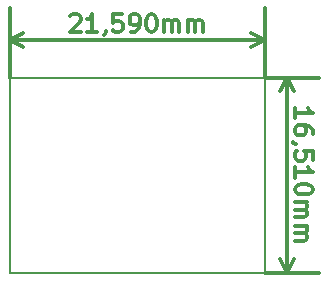
<source format=gbr>
G04 #@! TF.FileFunction,Drawing*
%FSLAX46Y46*%
G04 Gerber Fmt 4.6, Leading zero omitted, Abs format (unit mm)*
G04 Created by KiCad (PCBNEW (2015-09-12 BZR 6188)-product) date lun 16 nov 2015 17:49:57 ART*
%MOMM*%
G01*
G04 APERTURE LIST*
%ADD10C,0.100000*%
%ADD11C,0.300000*%
%ADD12C,0.150000*%
G04 APERTURE END LIST*
D10*
D11*
X129612144Y-82426429D02*
X129683573Y-82355000D01*
X129826430Y-82283571D01*
X130183573Y-82283571D01*
X130326430Y-82355000D01*
X130397859Y-82426429D01*
X130469287Y-82569286D01*
X130469287Y-82712143D01*
X130397859Y-82926429D01*
X129540716Y-83783571D01*
X130469287Y-83783571D01*
X131897858Y-83783571D02*
X131040715Y-83783571D01*
X131469287Y-83783571D02*
X131469287Y-82283571D01*
X131326430Y-82497857D01*
X131183572Y-82640714D01*
X131040715Y-82712143D01*
X132612143Y-83712143D02*
X132612143Y-83783571D01*
X132540715Y-83926429D01*
X132469286Y-83997857D01*
X133969287Y-82283571D02*
X133255001Y-82283571D01*
X133183572Y-82997857D01*
X133255001Y-82926429D01*
X133397858Y-82855000D01*
X133755001Y-82855000D01*
X133897858Y-82926429D01*
X133969287Y-82997857D01*
X134040715Y-83140714D01*
X134040715Y-83497857D01*
X133969287Y-83640714D01*
X133897858Y-83712143D01*
X133755001Y-83783571D01*
X133397858Y-83783571D01*
X133255001Y-83712143D01*
X133183572Y-83640714D01*
X134755000Y-83783571D02*
X135040715Y-83783571D01*
X135183572Y-83712143D01*
X135255000Y-83640714D01*
X135397858Y-83426429D01*
X135469286Y-83140714D01*
X135469286Y-82569286D01*
X135397858Y-82426429D01*
X135326429Y-82355000D01*
X135183572Y-82283571D01*
X134897858Y-82283571D01*
X134755000Y-82355000D01*
X134683572Y-82426429D01*
X134612143Y-82569286D01*
X134612143Y-82926429D01*
X134683572Y-83069286D01*
X134755000Y-83140714D01*
X134897858Y-83212143D01*
X135183572Y-83212143D01*
X135326429Y-83140714D01*
X135397858Y-83069286D01*
X135469286Y-82926429D01*
X136397857Y-82283571D02*
X136540714Y-82283571D01*
X136683571Y-82355000D01*
X136755000Y-82426429D01*
X136826429Y-82569286D01*
X136897857Y-82855000D01*
X136897857Y-83212143D01*
X136826429Y-83497857D01*
X136755000Y-83640714D01*
X136683571Y-83712143D01*
X136540714Y-83783571D01*
X136397857Y-83783571D01*
X136255000Y-83712143D01*
X136183571Y-83640714D01*
X136112143Y-83497857D01*
X136040714Y-83212143D01*
X136040714Y-82855000D01*
X136112143Y-82569286D01*
X136183571Y-82426429D01*
X136255000Y-82355000D01*
X136397857Y-82283571D01*
X137540714Y-83783571D02*
X137540714Y-82783571D01*
X137540714Y-82926429D02*
X137612142Y-82855000D01*
X137755000Y-82783571D01*
X137969285Y-82783571D01*
X138112142Y-82855000D01*
X138183571Y-82997857D01*
X138183571Y-83783571D01*
X138183571Y-82997857D02*
X138255000Y-82855000D01*
X138397857Y-82783571D01*
X138612142Y-82783571D01*
X138755000Y-82855000D01*
X138826428Y-82997857D01*
X138826428Y-83783571D01*
X139540714Y-83783571D02*
X139540714Y-82783571D01*
X139540714Y-82926429D02*
X139612142Y-82855000D01*
X139755000Y-82783571D01*
X139969285Y-82783571D01*
X140112142Y-82855000D01*
X140183571Y-82997857D01*
X140183571Y-83783571D01*
X140183571Y-82997857D02*
X140255000Y-82855000D01*
X140397857Y-82783571D01*
X140612142Y-82783571D01*
X140755000Y-82855000D01*
X140826428Y-82997857D01*
X140826428Y-83783571D01*
X124460000Y-84455000D02*
X146050000Y-84455000D01*
X124460000Y-87630000D02*
X124460000Y-81755000D01*
X146050000Y-87630000D02*
X146050000Y-81755000D01*
X146050000Y-84455000D02*
X144923496Y-85041421D01*
X146050000Y-84455000D02*
X144923496Y-83868579D01*
X124460000Y-84455000D02*
X125586504Y-85041421D01*
X124460000Y-84455000D02*
X125586504Y-83868579D01*
X148626429Y-91099287D02*
X148626429Y-90242144D01*
X148626429Y-90670716D02*
X150126429Y-90670716D01*
X149912143Y-90527859D01*
X149769286Y-90385001D01*
X149697857Y-90242144D01*
X150126429Y-92385001D02*
X150126429Y-92099287D01*
X150055000Y-91956430D01*
X149983571Y-91885001D01*
X149769286Y-91742144D01*
X149483571Y-91670715D01*
X148912143Y-91670715D01*
X148769286Y-91742144D01*
X148697857Y-91813572D01*
X148626429Y-91956430D01*
X148626429Y-92242144D01*
X148697857Y-92385001D01*
X148769286Y-92456430D01*
X148912143Y-92527858D01*
X149269286Y-92527858D01*
X149412143Y-92456430D01*
X149483571Y-92385001D01*
X149555000Y-92242144D01*
X149555000Y-91956430D01*
X149483571Y-91813572D01*
X149412143Y-91742144D01*
X149269286Y-91670715D01*
X148697857Y-93242143D02*
X148626429Y-93242143D01*
X148483571Y-93170715D01*
X148412143Y-93099286D01*
X150126429Y-94599287D02*
X150126429Y-93885001D01*
X149412143Y-93813572D01*
X149483571Y-93885001D01*
X149555000Y-94027858D01*
X149555000Y-94385001D01*
X149483571Y-94527858D01*
X149412143Y-94599287D01*
X149269286Y-94670715D01*
X148912143Y-94670715D01*
X148769286Y-94599287D01*
X148697857Y-94527858D01*
X148626429Y-94385001D01*
X148626429Y-94027858D01*
X148697857Y-93885001D01*
X148769286Y-93813572D01*
X148626429Y-96099286D02*
X148626429Y-95242143D01*
X148626429Y-95670715D02*
X150126429Y-95670715D01*
X149912143Y-95527858D01*
X149769286Y-95385000D01*
X149697857Y-95242143D01*
X150126429Y-97027857D02*
X150126429Y-97170714D01*
X150055000Y-97313571D01*
X149983571Y-97385000D01*
X149840714Y-97456429D01*
X149555000Y-97527857D01*
X149197857Y-97527857D01*
X148912143Y-97456429D01*
X148769286Y-97385000D01*
X148697857Y-97313571D01*
X148626429Y-97170714D01*
X148626429Y-97027857D01*
X148697857Y-96885000D01*
X148769286Y-96813571D01*
X148912143Y-96742143D01*
X149197857Y-96670714D01*
X149555000Y-96670714D01*
X149840714Y-96742143D01*
X149983571Y-96813571D01*
X150055000Y-96885000D01*
X150126429Y-97027857D01*
X148626429Y-98170714D02*
X149626429Y-98170714D01*
X149483571Y-98170714D02*
X149555000Y-98242142D01*
X149626429Y-98385000D01*
X149626429Y-98599285D01*
X149555000Y-98742142D01*
X149412143Y-98813571D01*
X148626429Y-98813571D01*
X149412143Y-98813571D02*
X149555000Y-98885000D01*
X149626429Y-99027857D01*
X149626429Y-99242142D01*
X149555000Y-99385000D01*
X149412143Y-99456428D01*
X148626429Y-99456428D01*
X148626429Y-100170714D02*
X149626429Y-100170714D01*
X149483571Y-100170714D02*
X149555000Y-100242142D01*
X149626429Y-100385000D01*
X149626429Y-100599285D01*
X149555000Y-100742142D01*
X149412143Y-100813571D01*
X148626429Y-100813571D01*
X149412143Y-100813571D02*
X149555000Y-100885000D01*
X149626429Y-101027857D01*
X149626429Y-101242142D01*
X149555000Y-101385000D01*
X149412143Y-101456428D01*
X148626429Y-101456428D01*
X147955000Y-87630000D02*
X147955000Y-104140000D01*
X146050000Y-87630000D02*
X150655000Y-87630000D01*
X146050000Y-104140000D02*
X150655000Y-104140000D01*
X147955000Y-104140000D02*
X147368579Y-103013496D01*
X147955000Y-104140000D02*
X148541421Y-103013496D01*
X147955000Y-87630000D02*
X147368579Y-88756504D01*
X147955000Y-87630000D02*
X148541421Y-88756504D01*
D12*
X146050000Y-104140000D02*
X124460000Y-104140000D01*
X146050000Y-87630000D02*
X146050000Y-104140000D01*
X124460000Y-87630000D02*
X146050000Y-87630000D01*
X124460000Y-104140000D02*
X124460000Y-87630000D01*
M02*

</source>
